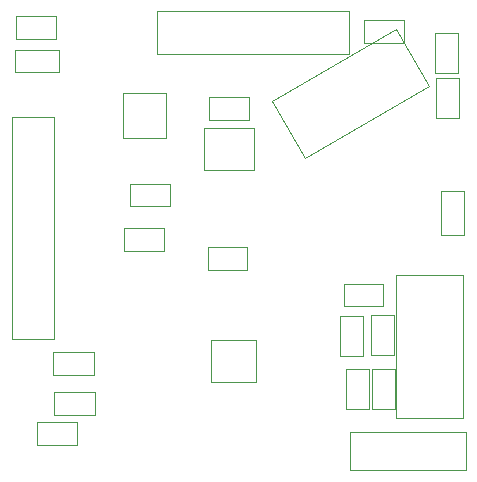
<source format=gbr>
G04 #@! TF.GenerationSoftware,KiCad,Pcbnew,5.1.7-a382d34a8~88~ubuntu18.04.1*
G04 #@! TF.CreationDate,2021-11-20T11:26:47+05:30*
G04 #@! TF.ProjectId,FrontEnd_switch_Normal_v1,46726f6e-7445-46e6-945f-737769746368,rev?*
G04 #@! TF.SameCoordinates,Original*
G04 #@! TF.FileFunction,Other,User*
%FSLAX46Y46*%
G04 Gerber Fmt 4.6, Leading zero omitted, Abs format (unit mm)*
G04 Created by KiCad (PCBNEW 5.1.7-a382d34a8~88~ubuntu18.04.1) date 2021-11-20 11:26:47*
%MOMM*%
%LPD*%
G01*
G04 APERTURE LIST*
%ADD10C,0.050000*%
G04 APERTURE END LIST*
D10*
X116921000Y-93486400D02*
X116921000Y-89886400D01*
X116921000Y-89886400D02*
X112701000Y-89886400D01*
X112701000Y-89886400D02*
X112701000Y-93486400D01*
X112701000Y-93486400D02*
X116921000Y-93486400D01*
X132794000Y-95268100D02*
X134694000Y-95268100D01*
X134694000Y-95268100D02*
X134694000Y-98968100D01*
X134694000Y-98968100D02*
X132794000Y-98968100D01*
X132794000Y-98968100D02*
X132794000Y-95268100D01*
X96735000Y-85178900D02*
X96735000Y-83278900D01*
X96735000Y-83278900D02*
X100435000Y-83278900D01*
X100435000Y-83278900D02*
X100435000Y-85178900D01*
X100435000Y-85178900D02*
X96735000Y-85178900D01*
X113169000Y-87302300D02*
X116529000Y-87302300D01*
X113169000Y-89202300D02*
X113169000Y-87302300D01*
X116529000Y-89202300D02*
X113169000Y-89202300D01*
X116529000Y-87302300D02*
X116529000Y-89202300D01*
X113004000Y-99995000D02*
X116364000Y-99995000D01*
X113004000Y-101895000D02*
X113004000Y-99995000D01*
X116364000Y-101895000D02*
X113004000Y-101895000D01*
X116364000Y-99995000D02*
X116364000Y-101895000D01*
X124520000Y-103099000D02*
X127880000Y-103099000D01*
X124520000Y-104999000D02*
X124520000Y-103099000D01*
X127880000Y-104999000D02*
X124520000Y-104999000D01*
X127880000Y-103099000D02*
X127880000Y-104999000D01*
X132382000Y-89023600D02*
X132382000Y-85663600D01*
X134282000Y-89023600D02*
X132382000Y-89023600D01*
X134282000Y-85663600D02*
X134282000Y-89023600D01*
X132382000Y-85663600D02*
X134282000Y-85663600D01*
X106443000Y-94635300D02*
X109803000Y-94635300D01*
X106443000Y-96535300D02*
X106443000Y-94635300D01*
X109803000Y-96535300D02*
X106443000Y-96535300D01*
X109803000Y-94635300D02*
X109803000Y-96535300D01*
X96421900Y-88961000D02*
X96421900Y-107811000D01*
X96421900Y-107811000D02*
X100021900Y-107811000D01*
X100021900Y-107811000D02*
X100021900Y-88961000D01*
X100021900Y-88961000D02*
X96421900Y-88961000D01*
X99958000Y-110812000D02*
X99958000Y-108852000D01*
X99958000Y-108852000D02*
X103358000Y-108852000D01*
X103358000Y-108852000D02*
X103358000Y-110812000D01*
X103358000Y-110812000D02*
X99958000Y-110812000D01*
X98541000Y-116789000D02*
X98541000Y-114829000D01*
X98541000Y-114829000D02*
X101941000Y-114829000D01*
X101941000Y-114829000D02*
X101941000Y-116789000D01*
X101941000Y-116789000D02*
X98541000Y-116789000D01*
X126275000Y-82747700D02*
X126275000Y-80787700D01*
X126275000Y-80787700D02*
X129675000Y-80787700D01*
X129675000Y-80787700D02*
X129675000Y-82747700D01*
X129675000Y-82747700D02*
X126275000Y-82747700D01*
X105955000Y-100324500D02*
X105955000Y-98364500D01*
X105955000Y-98364500D02*
X109355000Y-98364500D01*
X109355000Y-98364500D02*
X109355000Y-100324500D01*
X109355000Y-100324500D02*
X105955000Y-100324500D01*
X126680000Y-113684000D02*
X124720000Y-113684000D01*
X124720000Y-113684000D02*
X124720000Y-110284000D01*
X124720000Y-110284000D02*
X126680000Y-110284000D01*
X126680000Y-110284000D02*
X126680000Y-113684000D01*
X124194000Y-105841000D02*
X126154000Y-105841000D01*
X126154000Y-105841000D02*
X126154000Y-109241000D01*
X126154000Y-109241000D02*
X124194000Y-109241000D01*
X124194000Y-109241000D02*
X124194000Y-105841000D01*
X128892000Y-113724000D02*
X126932000Y-113724000D01*
X126932000Y-113724000D02*
X126932000Y-110324000D01*
X126932000Y-110324000D02*
X128892000Y-110324000D01*
X128892000Y-110324000D02*
X128892000Y-113724000D01*
X126866000Y-105717000D02*
X128826000Y-105717000D01*
X128826000Y-105717000D02*
X128826000Y-109117000D01*
X128826000Y-109117000D02*
X126866000Y-109117000D01*
X126866000Y-109117000D02*
X126866000Y-105717000D01*
X100037000Y-114190000D02*
X100037000Y-112230000D01*
X100037000Y-112230000D02*
X103437000Y-112230000D01*
X103437000Y-112230000D02*
X103437000Y-114190000D01*
X103437000Y-114190000D02*
X100037000Y-114190000D01*
X132253000Y-81881200D02*
X134213000Y-81881200D01*
X134213000Y-81881200D02*
X134213000Y-85281200D01*
X134213000Y-85281200D02*
X132253000Y-85281200D01*
X132253000Y-85281200D02*
X132253000Y-81881200D01*
X96791000Y-82374300D02*
X96791000Y-80414300D01*
X96791000Y-80414300D02*
X100191000Y-80414300D01*
X100191000Y-80414300D02*
X100191000Y-82374300D01*
X100191000Y-82374300D02*
X96791000Y-82374300D01*
X125023000Y-80033700D02*
X108723000Y-80033700D01*
X108723000Y-80033700D02*
X108723000Y-83633700D01*
X108723000Y-83633700D02*
X125023000Y-83633700D01*
X125023000Y-83633700D02*
X125023000Y-80033700D01*
X134854000Y-115682000D02*
X125054000Y-115682000D01*
X134854000Y-118882000D02*
X134854000Y-115682000D01*
X125054000Y-118882000D02*
X134854000Y-118882000D01*
X125054000Y-115682000D02*
X125054000Y-118882000D01*
X109455000Y-90756800D02*
X105855000Y-90756800D01*
X109455000Y-86956800D02*
X109455000Y-90756800D01*
X105855000Y-86956800D02*
X109455000Y-86956800D01*
X105855000Y-90756800D02*
X105855000Y-86956800D01*
X117089000Y-107837000D02*
X113289000Y-107837000D01*
X117089000Y-111437000D02*
X117089000Y-107837000D01*
X113289000Y-111437000D02*
X117089000Y-111437000D01*
X113289000Y-107837000D02*
X113289000Y-111437000D01*
X134596000Y-102351000D02*
X128996000Y-102351000D01*
X128996000Y-102351000D02*
X128996000Y-114451000D01*
X128996000Y-114451000D02*
X134596000Y-114451000D01*
X134596000Y-114451000D02*
X134596000Y-102351000D01*
X128958216Y-81539329D02*
X118479309Y-87589329D01*
X131758216Y-86389071D02*
X128958216Y-81539329D01*
X121279309Y-92439071D02*
X131758216Y-86389071D01*
X118479309Y-87589329D02*
X121279309Y-92439071D01*
M02*

</source>
